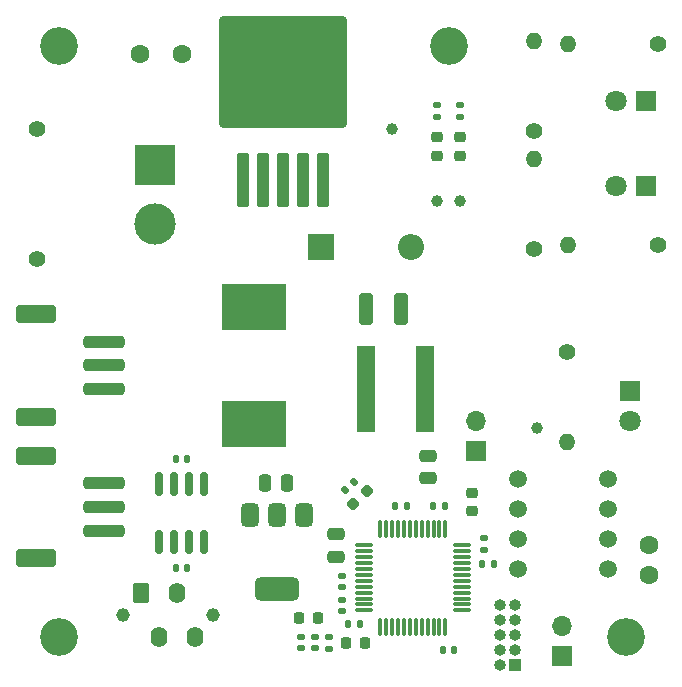
<source format=gbr>
%TF.GenerationSoftware,KiCad,Pcbnew,8.0.8*%
%TF.CreationDate,2025-02-05T17:12:45-05:00*%
%TF.ProjectId,Spectrometer V1.0,53706563-7472-46f6-9d65-746572205631,rev?*%
%TF.SameCoordinates,Original*%
%TF.FileFunction,Soldermask,Top*%
%TF.FilePolarity,Negative*%
%FSLAX46Y46*%
G04 Gerber Fmt 4.6, Leading zero omitted, Abs format (unit mm)*
G04 Created by KiCad (PCBNEW 8.0.8) date 2025-02-05 17:12:45*
%MOMM*%
%LPD*%
G01*
G04 APERTURE LIST*
G04 Aperture macros list*
%AMRoundRect*
0 Rectangle with rounded corners*
0 $1 Rounding radius*
0 $2 $3 $4 $5 $6 $7 $8 $9 X,Y pos of 4 corners*
0 Add a 4 corners polygon primitive as box body*
4,1,4,$2,$3,$4,$5,$6,$7,$8,$9,$2,$3,0*
0 Add four circle primitives for the rounded corners*
1,1,$1+$1,$2,$3*
1,1,$1+$1,$4,$5*
1,1,$1+$1,$6,$7*
1,1,$1+$1,$8,$9*
0 Add four rect primitives between the rounded corners*
20,1,$1+$1,$2,$3,$4,$5,0*
20,1,$1+$1,$4,$5,$6,$7,0*
20,1,$1+$1,$6,$7,$8,$9,0*
20,1,$1+$1,$8,$9,$2,$3,0*%
G04 Aperture macros list end*
%ADD10RoundRect,0.250000X-0.325000X-1.100000X0.325000X-1.100000X0.325000X1.100000X-0.325000X1.100000X0*%
%ADD11C,1.600000*%
%ADD12RoundRect,0.250000X-0.475000X0.250000X-0.475000X-0.250000X0.475000X-0.250000X0.475000X0.250000X0*%
%ADD13RoundRect,0.135000X-0.185000X0.135000X-0.185000X-0.135000X0.185000X-0.135000X0.185000X0.135000X0*%
%ADD14RoundRect,0.218750X-0.218750X-0.256250X0.218750X-0.256250X0.218750X0.256250X-0.218750X0.256250X0*%
%ADD15C,1.000000*%
%ADD16RoundRect,0.135000X-0.035355X0.226274X-0.226274X0.035355X0.035355X-0.226274X0.226274X-0.035355X0*%
%ADD17RoundRect,0.218750X-0.026517X0.335876X-0.335876X0.026517X0.026517X-0.335876X0.335876X-0.026517X0*%
%ADD18C,3.200000*%
%ADD19RoundRect,0.140000X0.140000X0.170000X-0.140000X0.170000X-0.140000X-0.170000X0.140000X-0.170000X0*%
%ADD20RoundRect,0.075000X-0.075000X0.662500X-0.075000X-0.662500X0.075000X-0.662500X0.075000X0.662500X0*%
%ADD21RoundRect,0.075000X-0.662500X0.075000X-0.662500X-0.075000X0.662500X-0.075000X0.662500X0.075000X0*%
%ADD22R,1.600000X7.350000*%
%ADD23C,1.400000*%
%ADD24R,3.500000X3.500000*%
%ADD25C,3.500000*%
%ADD26RoundRect,0.150000X0.150000X-0.825000X0.150000X0.825000X-0.150000X0.825000X-0.150000X-0.825000X0*%
%ADD27RoundRect,0.250000X-1.500000X0.250000X-1.500000X-0.250000X1.500000X-0.250000X1.500000X0.250000X0*%
%ADD28RoundRect,0.250001X-1.449999X0.499999X-1.449999X-0.499999X1.449999X-0.499999X1.449999X0.499999X0*%
%ADD29R,1.800000X1.800000*%
%ADD30C,1.800000*%
%ADD31O,1.400000X1.400000*%
%ADD32RoundRect,0.135000X-0.135000X-0.185000X0.135000X-0.185000X0.135000X0.185000X-0.135000X0.185000X0*%
%ADD33RoundRect,0.225000X0.250000X-0.225000X0.250000X0.225000X-0.250000X0.225000X-0.250000X-0.225000X0*%
%ADD34RoundRect,0.250000X-0.250000X-0.475000X0.250000X-0.475000X0.250000X0.475000X-0.250000X0.475000X0*%
%ADD35RoundRect,0.135000X0.185000X-0.135000X0.185000X0.135000X-0.185000X0.135000X-0.185000X-0.135000X0*%
%ADD36RoundRect,0.140000X-0.170000X0.140000X-0.170000X-0.140000X0.170000X-0.140000X0.170000X0.140000X0*%
%ADD37RoundRect,0.218750X0.218750X0.256250X-0.218750X0.256250X-0.218750X-0.256250X0.218750X-0.256250X0*%
%ADD38R,5.511800X3.860800*%
%ADD39R,1.000000X1.000000*%
%ADD40O,1.000000X1.000000*%
%ADD41RoundRect,0.250000X0.300000X-2.050000X0.300000X2.050000X-0.300000X2.050000X-0.300000X-2.050000X0*%
%ADD42RoundRect,0.250002X5.149998X-4.449998X5.149998X4.449998X-5.149998X4.449998X-5.149998X-4.449998X0*%
%ADD43C,1.507998*%
%ADD44C,1.150000*%
%ADD45RoundRect,0.249999X-0.450001X-0.625001X0.450001X-0.625001X0.450001X0.625001X-0.450001X0.625001X0*%
%ADD46O,1.400000X1.750000*%
%ADD47RoundRect,0.375000X-0.375000X0.625000X-0.375000X-0.625000X0.375000X-0.625000X0.375000X0.625000X0*%
%ADD48RoundRect,0.500000X-1.400000X0.500000X-1.400000X-0.500000X1.400000X-0.500000X1.400000X0.500000X0*%
%ADD49RoundRect,0.250000X0.475000X-0.250000X0.475000X0.250000X-0.475000X0.250000X-0.475000X-0.250000X0*%
%ADD50R,2.200000X2.200000*%
%ADD51O,2.200000X2.200000*%
%ADD52R,1.700000X1.700000*%
%ADD53O,1.700000X1.700000*%
%ADD54RoundRect,0.218750X-0.256250X0.218750X-0.256250X-0.218750X0.256250X-0.218750X0.256250X0.218750X0*%
%ADD55RoundRect,0.140000X0.170000X-0.140000X0.170000X0.140000X-0.170000X0.140000X-0.170000X-0.140000X0*%
G04 APERTURE END LIST*
D10*
%TO.C,C15*%
X126025000Y-102200000D03*
X128975000Y-102200000D03*
%TD*%
D11*
%TO.C,C14*%
X110400000Y-80600000D03*
X106900000Y-80600000D03*
%TD*%
D12*
%TO.C,C16*%
X131300000Y-114650000D03*
X131300000Y-116550000D03*
%TD*%
D13*
%TO.C,R10*%
X122900000Y-129990000D03*
X122900000Y-131010000D03*
%TD*%
D14*
%TO.C,D8*%
X124312500Y-130500000D03*
X125887500Y-130500000D03*
%TD*%
D15*
%TO.C,TP4*%
X128200000Y-87000000D03*
%TD*%
%TO.C,TP3*%
X140500000Y-112300000D03*
%TD*%
%TO.C,TP2*%
X134000000Y-93100000D03*
%TD*%
%TO.C,TP1*%
X132000000Y-93100000D03*
%TD*%
D16*
%TO.C,R9*%
X124960624Y-116839376D03*
X124239376Y-117560624D03*
%TD*%
D17*
%TO.C,D7*%
X124943153Y-118756847D03*
X126056847Y-117643153D03*
%TD*%
D18*
%TO.C,H3*%
X100000000Y-130000000D03*
%TD*%
D19*
%TO.C,C4*%
X129460000Y-118940000D03*
X128500000Y-118940000D03*
%TD*%
D20*
%TO.C,U2*%
X132730000Y-120837500D03*
X132230000Y-120837500D03*
X131730000Y-120837500D03*
X131230000Y-120837500D03*
X130730000Y-120837500D03*
X130230000Y-120837500D03*
X129730000Y-120837500D03*
X129230000Y-120837500D03*
X128730000Y-120837500D03*
X128230000Y-120837500D03*
X127730000Y-120837500D03*
X127230000Y-120837500D03*
D21*
X125817500Y-122250000D03*
X125817500Y-122750000D03*
X125817500Y-123250000D03*
X125817500Y-123750000D03*
X125817500Y-124250000D03*
X125817500Y-124750000D03*
X125817500Y-125250000D03*
X125817500Y-125750000D03*
X125817500Y-126250000D03*
X125817500Y-126750000D03*
X125817500Y-127250000D03*
X125817500Y-127750000D03*
D20*
X127230000Y-129162500D03*
X127730000Y-129162500D03*
X128230000Y-129162500D03*
X128730000Y-129162500D03*
X129230000Y-129162500D03*
X129730000Y-129162500D03*
X130230000Y-129162500D03*
X130730000Y-129162500D03*
X131230000Y-129162500D03*
X131730000Y-129162500D03*
X132230000Y-129162500D03*
X132730000Y-129162500D03*
D21*
X134142500Y-127750000D03*
X134142500Y-127250000D03*
X134142500Y-126750000D03*
X134142500Y-126250000D03*
X134142500Y-125750000D03*
X134142500Y-125250000D03*
X134142500Y-124750000D03*
X134142500Y-124250000D03*
X134142500Y-123750000D03*
X134142500Y-123250000D03*
X134142500Y-122750000D03*
X134142500Y-122250000D03*
%TD*%
D22*
%TO.C,L2*%
X126000000Y-109000000D03*
X131000000Y-109000000D03*
%TD*%
D23*
%TO.C,J7*%
X98175000Y-98000000D03*
X98175000Y-87000000D03*
D24*
X108175000Y-90000000D03*
D25*
X108175000Y-95000000D03*
%TD*%
D19*
%TO.C,C6*%
X133480000Y-131120000D03*
X132520000Y-131120000D03*
%TD*%
D26*
%TO.C,U3*%
X108500000Y-122000000D03*
X109770000Y-122000000D03*
X111040000Y-122000000D03*
X112310000Y-122000000D03*
X112310000Y-117050000D03*
X111040000Y-117050000D03*
X109770000Y-117050000D03*
X108500000Y-117050000D03*
%TD*%
D27*
%TO.C,J4*%
X103850000Y-105000000D03*
X103850000Y-107000000D03*
X103850000Y-109000000D03*
D28*
X98100000Y-102650000D03*
X98100000Y-111350000D03*
%TD*%
D29*
%TO.C,D6*%
X149700000Y-91810000D03*
D30*
X147160000Y-91810000D03*
%TD*%
D29*
%TO.C,D1*%
X148400000Y-109150000D03*
D30*
X148400000Y-111690000D03*
%TD*%
D23*
%TO.C,R7*%
X140200000Y-87120000D03*
D31*
X140200000Y-79500000D03*
%TD*%
D32*
%TO.C,R2*%
X135870000Y-123800000D03*
X136890000Y-123800000D03*
%TD*%
D33*
%TO.C,C2*%
X135000000Y-119375000D03*
X135000000Y-117825000D03*
%TD*%
D34*
%TO.C,C17*%
X117450000Y-117000000D03*
X119350000Y-117000000D03*
%TD*%
D23*
%TO.C,R3*%
X150700000Y-79810000D03*
D31*
X143080000Y-79810000D03*
%TD*%
D18*
%TO.C,H4*%
X148000000Y-130000000D03*
%TD*%
D35*
%TO.C,R4*%
X134000000Y-85972500D03*
X134000000Y-84952500D03*
%TD*%
D36*
%TO.C,C10*%
X121733750Y-130000000D03*
X121733750Y-130960000D03*
%TD*%
D37*
%TO.C,FB1*%
X121921250Y-128400000D03*
X120346250Y-128400000D03*
%TD*%
D38*
%TO.C,L1*%
X116500000Y-102021600D03*
X116500000Y-111978400D03*
%TD*%
D39*
%TO.C,J3*%
X138600000Y-132350000D03*
D40*
X137330000Y-132350000D03*
X138600000Y-131080000D03*
X137330000Y-131080000D03*
X138600000Y-129810000D03*
X137330000Y-129810000D03*
X138600000Y-128540000D03*
X137330000Y-128540000D03*
X138600000Y-127270000D03*
X137330000Y-127270000D03*
%TD*%
D41*
%TO.C,U4*%
X115600000Y-91275000D03*
X117300000Y-91275000D03*
X119000000Y-91275000D03*
X120700000Y-91275000D03*
X122400000Y-91275000D03*
D42*
X119000000Y-82125000D03*
%TD*%
D43*
%TO.C,U1*%
X146500100Y-124205100D03*
X146500100Y-121665100D03*
X146500100Y-119125100D03*
X146500100Y-116585100D03*
X138880100Y-124205100D03*
X138880100Y-121665100D03*
X138880100Y-119125100D03*
X138880100Y-116585100D03*
%TD*%
D44*
%TO.C,J6*%
X105450000Y-128150000D03*
X113050000Y-128150000D03*
D45*
X107000000Y-126300000D03*
D46*
X108500000Y-130000000D03*
X110000000Y-126300000D03*
X111500000Y-130000000D03*
%TD*%
D29*
%TO.C,D2*%
X149700000Y-84610000D03*
D30*
X147160000Y-84610000D03*
%TD*%
D47*
%TO.C,U5*%
X120750000Y-119650000D03*
X118450000Y-119650000D03*
D48*
X118450000Y-125950000D03*
D47*
X116150000Y-119650000D03*
%TD*%
D19*
%TO.C,C5*%
X132680000Y-118920000D03*
X131720000Y-118920000D03*
%TD*%
D36*
%TO.C,C11*%
X120533750Y-130000000D03*
X120533750Y-130960000D03*
%TD*%
D23*
%TO.C,R8*%
X150700000Y-96810000D03*
D31*
X143080000Y-96810000D03*
%TD*%
D36*
%TO.C,C9*%
X124000000Y-126840000D03*
X124000000Y-127800000D03*
%TD*%
D49*
%TO.C,C18*%
X123450000Y-123200000D03*
X123450000Y-121300000D03*
%TD*%
D18*
%TO.C,H2*%
X133000000Y-80000000D03*
%TD*%
D11*
%TO.C,C1*%
X150000000Y-122250000D03*
X150000000Y-124750000D03*
%TD*%
D50*
%TO.C,D3*%
X122190000Y-97000000D03*
D51*
X129810000Y-97000000D03*
%TD*%
D52*
%TO.C,J1*%
X135300000Y-114240000D03*
D53*
X135300000Y-111700000D03*
%TD*%
D18*
%TO.C,H1*%
X100000000Y-80000000D03*
%TD*%
D19*
%TO.C,C8*%
X125480000Y-128920000D03*
X124520000Y-128920000D03*
%TD*%
D54*
%TO.C,D4*%
X134000000Y-87675000D03*
X134000000Y-89250000D03*
%TD*%
D35*
%TO.C,R5*%
X132000000Y-85982500D03*
X132000000Y-84962500D03*
%TD*%
D19*
%TO.C,C12*%
X110885000Y-124125000D03*
X109925000Y-124125000D03*
%TD*%
D23*
%TO.C,R6*%
X140200000Y-97120000D03*
D31*
X140200000Y-89500000D03*
%TD*%
D52*
%TO.C,J2*%
X142600000Y-131575000D03*
D53*
X142600000Y-129035000D03*
%TD*%
D23*
%TO.C,R1*%
X143000000Y-105880000D03*
D31*
X143000000Y-113500000D03*
%TD*%
D36*
%TO.C,C3*%
X135980000Y-121640000D03*
X135980000Y-122600000D03*
%TD*%
D54*
%TO.C,D5*%
X132000000Y-87695000D03*
X132000000Y-89270000D03*
%TD*%
D55*
%TO.C,C7*%
X124000000Y-125800000D03*
X124000000Y-124840000D03*
%TD*%
D19*
%TO.C,C13*%
X110885000Y-114925000D03*
X109925000Y-114925000D03*
%TD*%
D27*
%TO.C,J5*%
X103850000Y-117000000D03*
X103850000Y-119000000D03*
X103850000Y-121000000D03*
D28*
X98100000Y-114650000D03*
X98100000Y-123350000D03*
%TD*%
M02*

</source>
